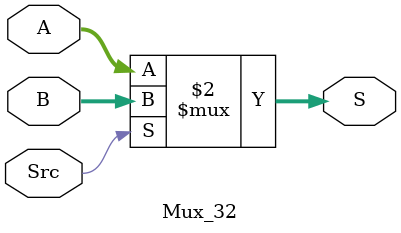
<source format=v>
`timescale 1ns / 1ps
module Mux_32(A,B,S,Src
    );
input [31:0] A,B;
 input Src;
 output [31:0] S;
 assign S = (Src==0) ? A:B;
endmodule

</source>
